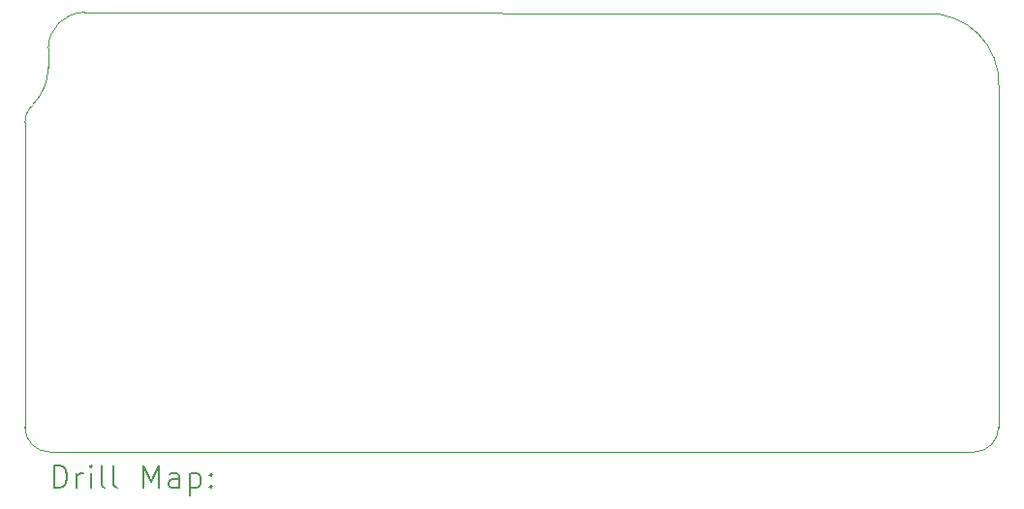
<source format=gbr>
%TF.GenerationSoftware,KiCad,Pcbnew,(6.0.11)*%
%TF.CreationDate,2023-02-07T02:55:36-07:00*%
%TF.ProjectId,FennecRAMadapt,46656e6e-6563-4524-914d-61646170742e,rev?*%
%TF.SameCoordinates,Original*%
%TF.FileFunction,Drillmap*%
%TF.FilePolarity,Positive*%
%FSLAX45Y45*%
G04 Gerber Fmt 4.5, Leading zero omitted, Abs format (unit mm)*
G04 Created by KiCad (PCBNEW (6.0.11)) date 2023-02-07 02:55:36*
%MOMM*%
%LPD*%
G01*
G04 APERTURE LIST*
%ADD10C,0.100000*%
%ADD11C,0.200000*%
G04 APERTURE END LIST*
D10*
X22737439Y-4352295D02*
X22734736Y-7338336D01*
X14276800Y-4533597D02*
X14295289Y-4512289D01*
X14276799Y-4533597D02*
G75*
G03*
X14226000Y-4668301I141501J-130293D01*
G01*
X14429200Y-4189000D02*
X14429200Y-4023900D01*
X14226264Y-7338336D02*
G75*
G03*
X14442164Y-7554236I215896J-4D01*
G01*
X22518836Y-7554236D02*
X14442164Y-7554236D01*
X14295289Y-4512289D02*
G75*
G03*
X14429200Y-4189000I-323289J323289D01*
G01*
X22737442Y-4352295D02*
G75*
G03*
X22099899Y-3717295I-611912J23185D01*
G01*
X14746700Y-3706400D02*
G75*
G03*
X14429200Y-4023900I0J-317500D01*
G01*
X22518836Y-7554236D02*
G75*
G03*
X22734736Y-7338336I4J215896D01*
G01*
X22099899Y-3717295D02*
X14746700Y-3706400D01*
X14226264Y-7338336D02*
X14226000Y-4668301D01*
D11*
X14478568Y-7869712D02*
X14478568Y-7669712D01*
X14526187Y-7669712D01*
X14554759Y-7679236D01*
X14573806Y-7698283D01*
X14583330Y-7717331D01*
X14592854Y-7755426D01*
X14592854Y-7783997D01*
X14583330Y-7822093D01*
X14573806Y-7841140D01*
X14554759Y-7860188D01*
X14526187Y-7869712D01*
X14478568Y-7869712D01*
X14678568Y-7869712D02*
X14678568Y-7736378D01*
X14678568Y-7774474D02*
X14688092Y-7755426D01*
X14697616Y-7745902D01*
X14716664Y-7736378D01*
X14735711Y-7736378D01*
X14802378Y-7869712D02*
X14802378Y-7736378D01*
X14802378Y-7669712D02*
X14792854Y-7679236D01*
X14802378Y-7688759D01*
X14811902Y-7679236D01*
X14802378Y-7669712D01*
X14802378Y-7688759D01*
X14926187Y-7869712D02*
X14907140Y-7860188D01*
X14897616Y-7841140D01*
X14897616Y-7669712D01*
X15030949Y-7869712D02*
X15011902Y-7860188D01*
X15002378Y-7841140D01*
X15002378Y-7669712D01*
X15259521Y-7869712D02*
X15259521Y-7669712D01*
X15326187Y-7812569D01*
X15392854Y-7669712D01*
X15392854Y-7869712D01*
X15573806Y-7869712D02*
X15573806Y-7764950D01*
X15564283Y-7745902D01*
X15545235Y-7736378D01*
X15507140Y-7736378D01*
X15488092Y-7745902D01*
X15573806Y-7860188D02*
X15554759Y-7869712D01*
X15507140Y-7869712D01*
X15488092Y-7860188D01*
X15478568Y-7841140D01*
X15478568Y-7822093D01*
X15488092Y-7803045D01*
X15507140Y-7793521D01*
X15554759Y-7793521D01*
X15573806Y-7783997D01*
X15669045Y-7736378D02*
X15669045Y-7936378D01*
X15669045Y-7745902D02*
X15688092Y-7736378D01*
X15726187Y-7736378D01*
X15745235Y-7745902D01*
X15754759Y-7755426D01*
X15764283Y-7774474D01*
X15764283Y-7831616D01*
X15754759Y-7850664D01*
X15745235Y-7860188D01*
X15726187Y-7869712D01*
X15688092Y-7869712D01*
X15669045Y-7860188D01*
X15849997Y-7850664D02*
X15859521Y-7860188D01*
X15849997Y-7869712D01*
X15840473Y-7860188D01*
X15849997Y-7850664D01*
X15849997Y-7869712D01*
X15849997Y-7745902D02*
X15859521Y-7755426D01*
X15849997Y-7764950D01*
X15840473Y-7755426D01*
X15849997Y-7745902D01*
X15849997Y-7764950D01*
M02*

</source>
